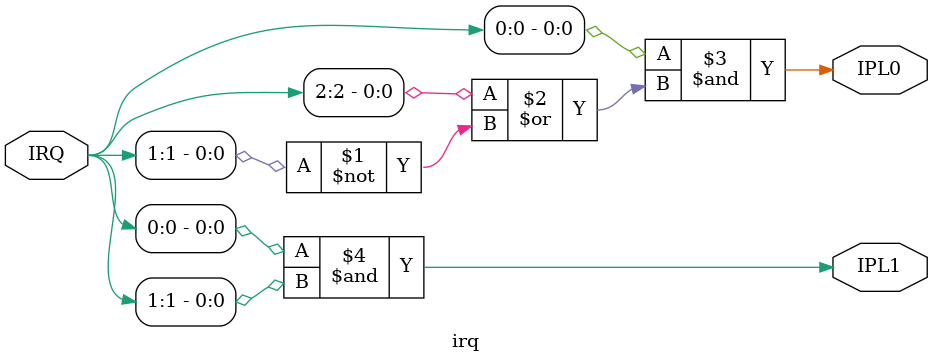
<source format=v>
`timescale 10ns/10ns

module irq(
	input [2:0] IRQ,
	output IPL0, IPL1
);

	// VBL, HBL, COLDBOOT
	// Interrupt priority encoder
	// IRQ  IPL
	// xx0:  00
	// x01:  01
	// 011:  10
	// 111:  11
	assign IPL0 = IRQ[0] & (IRQ[2] | ~IRQ[1]);
	assign IPL1 = IRQ[0] & IRQ[1];

endmodule



</source>
